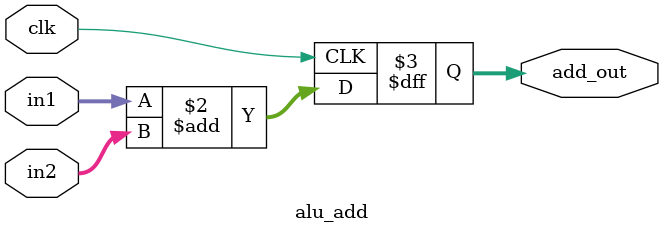
<source format=v>
module alu_add(clk,in1, in2, add_out);
	input clk;
	input [31:0] in1, in2;
	output reg [31:0] add_out;
	always @(posedge clk) 
	begin
		add_out=in1+in2;
	end
endmodule
</source>
